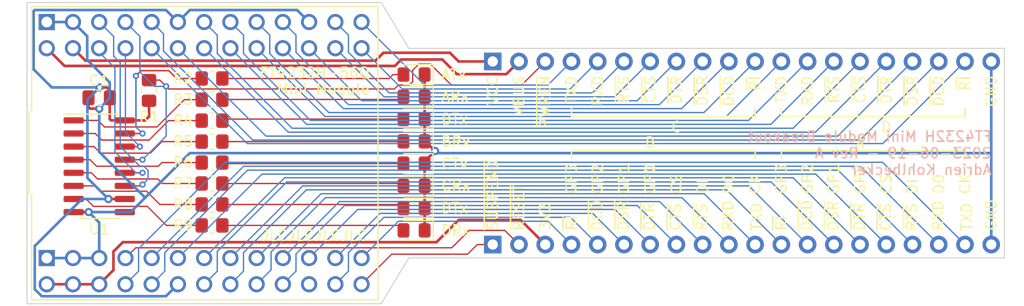
<source format=kicad_pcb>
(kicad_pcb (version 20211014) (generator pcbnew)
  (title_block (title "Project Title") (date "Date") (rev "REV") (comment 2 "<REPO-URL>") (comment 3 "Licensed under CERN-OHL-W v2") (comment 4 "Copyright © 2022 Adrien Kohlbecker"))
  (layers (0 "F.Cu" signal) (31 "B.Cu" signal) (34 "B.Paste" user) (35 "F.Paste" user) (36 "B.SilkS" user "B.Silkscreen") (37 "F.SilkS" user "F.Silkscreen") (38 "B.Mask" user) (39 "F.Mask" user) (44 "Edge.Cuts" user))
  (net 0 "")
  (net 1 "+3.3V")
  (net 2 "/~{RESET}")
  (net 3 "/AD0")
  (net 4 "/AD1")
  (net 5 "/AD2")
  (net 6 "/AD3")
  (net 7 "/AD4")
  (net 8 "/AD5")
  (net 9 "/AD6")
  (net 10 "/AD7")
  (net 11 "/BD0")
  (net 12 "/BD1")
  (net 13 "/BD2")
  (net 14 "/BD3")
  (net 15 "/BD4")
  (net 16 "/BD5")
  (net 17 "/BD6")
  (net 18 "/BD7")
  (net 19 "/~{SUSPEND}")
  (net 20 "VBUS")
  (net 21 "VCC")
  (net 22 "/~{PWREN}")
  (net 23 "/DD6")
  (net 24 "/DD7")
  (net 25 "/DD5")
  (net 26 "/DD3")
  (net 27 "/DD4")
  (net 28 "/DD1")
  (net 29 "/DD2")
  (net 30 "/CD7")
  (net 31 "/DD0")
  (net 32 "/CD5")
  (net 33 "/CD6")
  (net 34 "/CD4")
  (net 35 "/CD2")
  (net 36 "/CD3")
  (net 37 "/CD0")
  (net 38 "/CD1")
  (net 39 "/ATx")
  (net 40 "/ARx")
  (net 41 "/BTx")
  (net 42 "/BRx")
  (net 43 "/CTx")
  (net 44 "/CRx")
  (net 45 "/DTx")
  (net 46 "/DRx")
  (net 47 "GND")
  (net 48 "/VIO")
  (net 49 "/EECLK")
  (net 50 "/EECS")
  (net 51 "/EEDATA")
  (net 52 "Net-(R2-Pad2)")
  (net 53 "Net-(R3-Pad2)")
  (net 54 "Net-(R4-Pad2)")
  (net 55 "Net-(R5-Pad2)")
  (net 56 "Net-(R6-Pad2)")
  (net 57 "Net-(R7-Pad2)")
  (net 58 "Net-(R8-Pad2)")
  (net 59 "Net-(R9-Pad2)")
  (footprint "LED_SMD:LED_0805_2012Metric_Pad1.15x1.40mm_HandSolder" (layer "F.Cu") (at 137.16 97.028 180)
    (fp_text reference "D3" hide)
    (fp_text value "Red")
  )
  (footprint "Resistor_SMD:R_0805_2012Metric_Pad1.20x1.40mm_HandSolder" (layer "F.Cu") (at 117.602 105.307)
    (fp_text reference "R8")
    (fp_text value "1.5k")
  )
  (footprint "Capacitor_SMD:C_0805_2012Metric_Pad1.18x1.45mm_HandSolder" (layer "F.Cu") (at 106.68 94.96)
    (fp_text reference "C1")
    (fp_text value "100n")
  )
  (footprint "Resistor_SMD:R_0805_2012Metric_Pad1.20x1.40mm_HandSolder" (layer "F.Cu") (at 117.602 101.243)
    (fp_text reference "R6")
    (fp_text value "1.5k")
  )
  (footprint "Resistor_SMD:R_0805_2012Metric_Pad1.20x1.40mm_HandSolder" (layer "F.Cu") (at 117.602 97.179)
    (fp_text reference "R4")
    (fp_text value "1.5k")
  )
  (footprint "Resistor_SMD:R_0805_2012Metric_Pad1.20x1.40mm_HandSolder" (layer "F.Cu") (at 117.602 95.147)
    (fp_text reference "R3")
    (fp_text value "1.5k")
  )
  (footprint "Package_SO:SOIC-16_3.9x9.9mm_P1.27mm" (layer "F.Cu") (at 106.68 101.6)
    (fp_text reference "U1")
    (fp_text value "74HC595")
  )
  (footprint "ft4232h_mini_module:MODULE_FT4232H-56Q_MINI_MDL" (layer "F.Cu") (at 116.14 100.33)
    (fp_text reference "U2" hide)
    (fp_text value "FT4232H-56Q_MINI_MDL" hide)
  )
  (footprint "LED_SMD:LED_0805_2012Metric_Pad1.15x1.40mm_HandSolder" (layer "F.Cu") (at 137.16 103.505 180)
    (fp_text reference "D6" hide)
    (fp_text value "Red")
  )
  (footprint "LED_SMD:LED_0805_2012Metric_Pad1.15x1.40mm_HandSolder" (layer "F.Cu") (at 137.16 101.346 180)
    (fp_text reference "D5" hide)
    (fp_text value "Red")
  )
  (footprint "LED_SMD:LED_0805_2012Metric_Pad1.15x1.40mm_HandSolder" (layer "F.Cu") (at 137.16 92.71 180)
    (fp_text reference "D1" hide)
    (fp_text value "Red")
  )
  (footprint "LED_SMD:LED_0805_2012Metric_Pad1.15x1.40mm_HandSolder" (layer "F.Cu") (at 137.16 105.664 180)
    (fp_text reference "D7" hide)
    (fp_text value "Red")
  )
  (footprint "Resistor_SMD:R_0805_2012Metric_Pad1.20x1.40mm_HandSolder" (layer "F.Cu") (at 117.602 93.091)
    (fp_text reference "R2")
    (fp_text value "1.5k")
  )
  (footprint "LED_SMD:LED_0805_2012Metric_Pad1.15x1.40mm_HandSolder" (layer "F.Cu") (at 137.16 99.187 180)
    (fp_text reference "D4" hide)
    (fp_text value "Red")
  )
  (footprint "LED_SMD:LED_0805_2012Metric_Pad1.15x1.40mm_HandSolder" (layer "F.Cu") (at 137.16 94.869 180)
    (fp_text reference "D2" hide)
    (fp_text value "Red")
  )
  (footprint "Resistor_SMD:R_0805_2012Metric_Pad1.20x1.40mm_HandSolder" (layer "F.Cu") (at 117.602 103.275)
    (fp_text reference "R7")
    (fp_text value "1.5k")
  )
  (footprint "Resistor_SMD:R_0805_2012Metric_Pad1.20x1.40mm_HandSolder" (layer "F.Cu") (at 117.602 99.211)
    (fp_text reference "R5")
    (fp_text value "1.5k")
  )
  (footprint "LED_SMD:LED_0805_2012Metric_Pad1.15x1.40mm_HandSolder" (layer "F.Cu") (at 137.16 107.823 180)
    (fp_text reference "D8" hide)
    (fp_text value "Red")
  )
  (footprint "Resistor_SMD:R_0805_2012Metric_Pad1.20x1.40mm_HandSolder" (layer "F.Cu") (at 117.602 107.339)
    (fp_text reference "R9")
    (fp_text value "1.5k")
  )
  (footprint "Resistor_SMD:R_0805_2012Metric_Pad1.20x1.40mm_HandSolder" (layer "F.Cu") (at 111.506 94.25 90)
    (fp_text reference "R1")
    (fp_text value "10k")
  )
  (footprint "Connector_PinHeader_2.54mm:PinHeader_1x20_P2.54mm_Vertical" (layer "B.Cu") (at 144.78 91.44 -90)
    (fp_text reference "J2" hide)
    (fp_text value "Conn_01x20")
  )
  (footprint "Connector_PinHeader_2.54mm:PinHeader_1x20_P2.54mm_Vertical" (layer "B.Cu") (at 144.78 109.195 -90)
    (fp_text reference "J1" hide)
    (fp_text value "Conn_01x20")
  )
  (gr_line (start 170.18 100.076) (end 170.18 100.838) (layer "F.SilkS") (width 0.15))
  (gr_line (start 170.18 96.774) (end 152.4 96.774) (layer "F.SilkS") (width 0.15))
  (gr_line (start 152.4 100.076) (end 170.18 100.076) (layer "F.SilkS") (width 0.15))
  (gr_line (start 172.72 100.076) (end 190.5 100.076) (layer "F.SilkS") (width 0.15))
  (gr_line (start 190.5 96.774) (end 172.72 96.774) (layer "F.SilkS") (width 0.15))
  (gr_line (start 190.5 96.774) (end 190.5 96.012) (layer "F.SilkS") (width 0.15))
  (gr_line (start 170.18 96.774) (end 170.18 96.012) (layer "F.SilkS") (width 0.15))
  (gr_line (start 152.4 100.076) (end 152.4 100.838) (layer "F.SilkS") (width 0.15))
  (gr_line (start 172.72 96.774) (end 172.72 96.012) (layer "F.SilkS") (width 0.15))
  (gr_line (start 172.72 100.076) (end 172.72 100.838) (layer "F.SilkS") (width 0.15))
  (gr_line (start 190.5 100.076) (end 190.5 100.838) (layer "F.SilkS") (width 0.15))
  (gr_line (start 152.4 96.774) (end 152.4 96.012) (layer "F.SilkS") (width 0.15))
  (gr_line (start 136.652 110.49) (end 194.31 110.49) (layer "Edge.Cuts") (width 0.1))
  (gr_line (start 194.31 110.49) (end 194.31 90.17) (layer "Edge.Cuts") (width 0.1))
  (gr_line (start 136.652 90.17) (end 133.985 85.725) (layer "Edge.Cuts") (width 0.1))
  (gr_line (start 99.695 114.935) (end 133.985 114.935) (layer "Edge.Cuts") (width 0.1))
  (gr_line (start 99.695 85.725) (end 99.695 114.935) (layer "Edge.Cuts") (width 0.1))
  (gr_line (start 99.695 85.725) (end 133.985 85.725) (layer "Edge.Cuts") (width 0.1))
  (gr_line (start 136.652 90.17) (end 194.31 90.17) (layer "Edge.Cuts") (width 0.1))
  (gr_line (start 133.985 114.935) (end 136.652 110.49) (layer "Edge.Cuts") (width 0.1))
  (gr_text "FT4232H Mini Module Breakout\n2023-06-19 - Rev A\nAdrien Kohlbecker" (at 193.167 100.33) (layer "B.SilkS") (effects (font (size 1 1)) (justify left mirror)))
  (gr_text "RXD" (at 175.26 92.71 90) (layer "F.SilkS") (effects (font (size 1 1)) (justify right)))
  (gr_text "CK" (at 190.5 104.394 90) (layer "F.SilkS") (effects (font (size 1 1)) (justify left)))
  (gr_text "A" (at 180.34 99.314) (layer "F.SilkS") (effects (font (size 1 1))))
  (gr_text "DTx" (at 139.7 105.664) (layer "F.SilkS") (effects (font (size 1 1)) (justify left)))
  (gr_text "~{DCD}" (at 167.64 92.71 90) (layer "F.SilkS") (effects (font (size 1 1)) (justify right)))
  (gr_text "GP3" (at 152.4 104.394 90) (layer "F.SilkS") (effects (font (size 1 1)) (justify left)))
  (gr_text "DI" (at 165.1 104.394 90) (layer "F.SilkS") (effects (font (size 1 1)) (justify left)))
  (gr_text "CS" (at 162.56 104.394 90) (layer "F.SilkS") (effects (font (size 1 1)) (justify left)))
  (gr_text "~{DTR}" (at 180.27439 107.966568 90) (layer "F.SilkS") (effects (font (size 1 1)) (justify left)))
  (gr_text "GP2" (at 154.94 104.394 90) (layer "F.SilkS") (effects (font (size 1 1)) (justify left)))
  (gr_text "~{DSR}" (at 157.41439 107.966568 90) (layer "F.SilkS") (effects (font (size 1 1)) (justify left)))
  (gr_text "GP1" (at 157.48 104.394 90) (layer "F.SilkS") (effects (font (size 1 1)) (justify left)))
  (gr_text "~{RTS}" (at 165.03439 107.966568 90) (layer "F.SilkS") (effects (font (size 1 1)) (justify left)))
  (gr_text "~{CTS}" (at 162.49439 107.966568 90) (layer "F.SilkS") (effects (font (size 1 1)) (justify left)))
  (gr_text "~{CTS}" (at 180.34 92.71 90) (layer "F.SilkS") (effects (font (size 1 1)) (justify right)))
  (gr_text "~{CTS}" (at 182.81439 107.966568 90) (layer "F.SilkS") (effects (font (size 1 1)) (justify left)))
  (gr_text "~{DSR}" (at 185.42 92.71 90) (layer "F.SilkS") (effects (font (size 1 1)) (justify right)))
  (gr_text "DI" (at 185.42 104.394 90) (layer "F.SilkS") (effects (font (size 1 1)) (justify left)))
  (gr_text "~{RTS}" (at 157.48 92.71 90) (layer "F.SilkS") (effects (font (size 1 1)) (justify right)))
  (gr_text "GP0" (at 160.02 104.394 90) (layer "F.SilkS") (effects (font (size 1 1)) (justify left)))
  (gr_text "BTx" (at 139.7 97.028) (layer "F.SilkS") (effects (font (size 1 1)) (justify left)))
  (gr_text "JLCJLCJLCJLC" (at 127.508 108.331) (layer "F.SilkS") (effects (font (size 1 1))))
  (gr_text "~{SUSPEND}" (at 144.78 107.95 90) (layer "F.SilkS") (effects (font (size 1 1)) (justify left)))
  (gr_text "C" (at 162.56 97.79) (layer "F.SilkS") (effects (font (size 1 1))))
  (gr_text "ATx" (at 139.7 92.71) (layer "F.SilkS") (effects (font (size 1 1)) (justify left)))
  (gr_text "GND" (at 193.04 92.71 90) (layer "F.SilkS") (effects (font (size 1 1)) (justify right)))
  (gr_text "~{RI}" (at 152.4 107.95 90) (layer "F.SilkS") (effects (font (size 1 1)) (justify left)))
  (gr_text "VCC" (at 144.78 92.71 90) (layer "F.SilkS") (effects (font (size 1 1)) (justify right)))
  (gr_text "3V3" (at 149.86 107.95 90) (layer "F.SilkS") (effects (font (size 1 1)) (justify left)))
  (gr_text "~{RI}" (at 170.18 92.71 90) (layer "F.SilkS") (effects (font (size 1 1)) (justify right)))
  (gr_text "D" (at 182.88 97.79) (layer "F.SilkS") (effects (font (size 1 1))))
  (gr_text "DRx" (at 139.7 107.823) (layer "F.SilkS") (effects (font (size 1 1)) (justify left)))
  (gr_text "~{DTR}" (at 182.88 92.71 90) (layer "F.SilkS") (effects (font (size 1 1)) (justify right)))
  (gr_text "TXD" (at 190.658909 107.946137 90) (layer "F.SilkS") (effects (font (size 1 1)) (justify left)))
  (gr_text "GP1" (at 177.8 104.394 90) (layer "F.SilkS") (effects (font (size 1 1)) (justify left)))
  (gr_text "ARx" (at 139.7 94.869) (layer "F.SilkS") (effects (font (size 1 1)) (justify left)))
  (gr_text "RXD" (at 167.57439 107.966568 90) (layer "F.SilkS") (effects (font (size 1 1)) (justify left)))
  (gr_text "B" (at 160.02 99.314) (layer "F.SilkS") (effects (font (size 1 1))))
  (gr_text "~{RESET}" (at 147.32 107.95 90) (layer "F.SilkS") (effects (font (size 1 1)) (justify left)))
  (gr_text "VBUS" (at 147.32 92.71 90) (layer "F.SilkS") (effects (font (size 1 1)) (justify right)))
  (gr_text "GP2" (at 175.26 104.394 90) (layer "F.SilkS") (effects (font (size 1 1)) (justify left)))
  (gr_text "GP3" (at 172.72 104.394 90) (layer "F.SilkS") (effects (font (size 1 1)) (justify left)))
  (gr_text "BRx" (at 139.7 99.187) (layer "F.SilkS") (effects (font (size 1 1)) (justify left)))
  (gr_text "CK" (at 170.18 104.394 90) (layer "F.SilkS") (effects (font (size 1 1)) (justify left)))
  (gr_text "~{DTR}" (at 159.95439 107.966568 90) (layer "F.SilkS") (effects (font (size 1 1)) (justify left)))
  (gr_text "~{DSR}" (at 177.73439 107.966568 90) (layer "F.SilkS") (effects (font (size 1 1)) (justify left)))
  (gr_text "RXD" (at 154.94 92.71 90) (layer "F.SilkS") (effects (font (size 1 1)) (justify right)))
  (gr_text "GP0" (at 180.34 104.394 90) (layer "F.SilkS") (effects (font (size 1 1)) (justify left)))
  (gr_text "~{DTR}" (at 162.56 92.71 90) (layer "F.SilkS") (effects (font (size 1 1)) (justify right)))
  (gr_text "~{RTS}" (at 177.8 92.71 90) (layer "F.SilkS") (effects (font (size 1 1)) (justify right)))
  (gr_text "TXD" (at 170.338909 107.946137 90) (layer "F.SilkS") (effects (font (size 1 1)) (justify left)))
  (gr_text "GND" (at 193.04 107.95 90) (layer "F.SilkS") (effects (font (size 1 1)) (justify left)))
  (gr_text "~{PWREN}" (at 149.86 92.71 90) (layer "F.SilkS") (effects (font (size 1 1)) (justify right)))
  (gr_text "~{DCD}" (at 154.87439 107.966568 90) (layer "F.SilkS") (effects (font (size 1 1)) (justify left)))
  (gr_text "D0" (at 167.64 104.394 90) (layer "F.SilkS") (effects (font (size 1 1)) (justify left)))
  (gr_text "RXD" (at 187.89439 107.966568 90) (layer "F.SilkS") (effects (font (size 1 1)) (justify left)))
  (gr_text "~{CTS}" (at 160.02 92.71 90) (layer "F.SilkS") (effects (font (size 1 1)) (justify right)))
  (gr_text "D0" (at 187.96 104.394 90) (layer "F.SilkS") (effects (font (size 1 1)) (justify left)))
  (gr_text "~{RI}" (at 190.5 92.71 90) (layer "F.SilkS") (effects (font (size 1 1)) (justify right)))
  (gr_text "FT4232H-56Q\nMini Module" (at 132.969 93.345) (layer "F.SilkS") (effects (font (size 1 1)) (justify right)))
  (gr_text "~{DSR}" (at 165.1 92.71 90) (layer "F.SilkS") (effects (font (size 1 1)) (justify right)))
  (gr_text "~{RTS}" (at 185.35439 107.966568 90) (layer "F.SilkS") (effects (font (size 1 1)) (justify left)))
  (gr_text "CS" (at 182.88 104.394 90) (layer "F.SilkS") (effects (font (size 1 1)) (justify left)))
  (gr_text "~{DCD}" (at 175.19439 107.966568 90) (layer "F.SilkS") (effects (font (size 1 1)) (justify left)))
  (gr_text "CRx" (at 139.7 103.505) (layer "F.SilkS") (effects (font (size 1 1)) (justify left)))
  (gr_text "TXD" (at 152.4 92.71 90) (layer "F.SilkS") (effects (font (size 1 1)) (justify right)))
  (gr_text "~{DCD}" (at 187.96 92.71 90) (layer "F.SilkS") (effects (font (size 1 1)) (justify right)))
  (gr_text "~{RI}" (at 172.72 107.95 90) (layer "F.SilkS") (effects (font (size 1 1)) (justify left)))
  (gr_text "TXD" (at 172.72 92.71 90) (layer "F.SilkS") (effects (font (size 1 1)) (justify right)))
  (gr_text "CTx" (at 139.7 101.346) (layer "F.SilkS") (effects (font (size 1 1)) (justify left)))
  (segment (start 108.05795 111.66705) (end 108.05795 109.87405) (width 0.254) (layer "F.Cu") (net 1))
  (segment (start 108.966 108.966) (end 139.326088 108.966) (width 0.254) (layer "F.Cu") (net 1))
  (segment (start 139.326088 108.966) (end 141.485088 106.807) (width 0.254) (layer "F.Cu") (net 1))
  (segment (start 147.472 106.807) (end 149.86 109.195) (width 0.254) (layer "F.Cu") (net 1))
  (segment (start 141.485088 106.807) (end 147.472 106.807) (width 0.254) (layer "F.Cu") (net 1))
  (segment (start 106.68 113.045) (end 108.05795 111.66705) (width 0.254) (layer "F.Cu") (net 1))
  (segment (start 108.05795 109.87405) (end 108.966 108.966) (width 0.254) (layer "F.Cu") (net 1))
  (segment (start 106.68 113.045) (end 101.6 113.045) (width 0.254) (layer "F.Cu") (net 1))
  (segment (start 147.32 109.195) (end 145.948 107.823) (width 0.127) (layer "F.Cu") (net 2))
  (segment (start 142.494 107.823) (end 140.80895 109.50805) (width 0.127) (layer "F.Cu") (net 2))
  (segment (start 145.948 107.823) (end 142.494 107.823) (width 0.127) (layer "F.Cu") (net 2))
  (segment (start 140.80895 109.50805) (end 110.21695 109.50805) (width 0.127) (layer "F.Cu") (net 2))
  (segment (start 110.21695 109.50805) (end 109.22 110.505) (width 0.127) (layer "F.Cu") (net 2))
  (segment (start 110.49 109.601) (end 110.49 111.775) (width 0.127) (layer "B.Cu") (net 3))
  (segment (start 182.524 101.219) (end 118.872 101.219) (width 0.127) (layer "B.Cu") (net 3))
  (segment (start 118.872 101.219) (end 110.49 109.601) (width 0.127) (layer "B.Cu") (net 3))
  (segment (start 190.5 109.195) (end 182.524 101.219) (width 0.127) (layer "B.Cu") (net 3))
  (segment (start 110.49 111.775) (end 109.22 113.045) (width 0.127) (layer "B.Cu") (net 3))
  (segment (start 187.96 109.195) (end 180.365 101.6) (width 0.127) (layer "B.Cu") (net 4))
  (segment (start 180.365 101.6) (end 120.665 101.6) (width 0.127) (layer "B.Cu") (net 4))
  (segment (start 120.665 101.6) (end 111.76 110.505) (width 0.127) (layer "B.Cu") (net 4))
  (segment (start 185.42 109.195) (end 178.206 101.981) (width 0.127) (layer "B.Cu") (net 5))
  (segment (start 178.206 101.981) (end 121.031 101.981) (width 0.127) (layer "B.Cu") (net 5))
  (segment (start 113.03 109.982) (end 113.03 111.775) (width 0.127) (layer "B.Cu") (net 5))
  (segment (start 121.031 101.981) (end 113.03 109.982) (width 0.127) (layer "B.Cu") (net 5))
  (segment (start 113.03 111.775) (end 111.76 113.045) (width 0.127) (layer "B.Cu") (net 5))
  (segment (start 122.443 102.362) (end 114.3 110.505) (width 0.127) (layer "B.Cu") (net 6))
  (segment (start 182.88 109.195) (end 176.047 102.362) (width 0.127) (layer "B.Cu") (net 6))
  (segment (start 176.047 102.362) (end 122.443 102.362) (width 0.127) (layer "B.Cu") (net 6))
  (segment (start 180.34 109.195) (end 173.863099 102.718099) (width 0.127) (layer "B.Cu") (net 7))
  (segment (start 124.626901 102.718099) (end 116.84 110.505) (width 0.127) (layer "B.Cu") (net 7))
  (segment (start 173.863099 102.718099) (end 124.626901 102.718099) (width 0.127) (layer "B.Cu") (net 7))
  (segment (start 177.8 109.195) (end 171.729 103.124) (width 0.127) (layer "B.Cu") (net 8))
  (segment (start 118.11 109.855) (end 118.11 111.775) (width 0.127) (layer "B.Cu") (net 8))
  (segment (start 118.11 111.775) (end 116.84 113.045) (width 0.127) (layer "B.Cu") (net 8))
  (segment (start 124.841 103.124) (end 118.11 109.855) (width 0.127) (layer "B.Cu") (net 8))
  (segment (start 171.729 103.124) (end 124.841 103.124) (width 0.127) (layer "B.Cu") (net 8))
  (segment (start 175.26 109.195) (end 169.57 103.505) (width 0.127) (layer "B.Cu") (net 9))
  (segment (start 169.57 103.505) (end 126.38 103.505) (width 0.127) (layer "B.Cu") (net 9))
  (segment (start 126.38 103.505) (end 119.38 110.505) (width 0.127) (layer "B.Cu") (net 9))
  (segment (start 120.65 111.775) (end 119.38 113.045) (width 0.127) (layer "B.Cu") (net 10))
  (segment (start 172.72 109.195) (end 167.411 103.886) (width 0.127) (layer "B.Cu") (net 10))
  (segment (start 167.411 103.886) (end 126.746 103.886) (width 0.127) (layer "B.Cu") (net 10))
  (segment (start 120.65 109.982) (end 120.65 111.775) (width 0.127) (layer "B.Cu") (net 10))
  (segment (start 126.746 103.886) (end 120.65 109.982) (width 0.127) (layer "B.Cu") (net 10))
  (segment (start 170.18 109.195) (end 165.252 104.267) (width 0.127) (layer "B.Cu") (net 11))
  (segment (start 165.252 104.267) (end 128.158 104.267) (width 0.127) (layer "B.Cu") (net 11))
  (segment (start 128.158 104.267) (end 121.92 110.505) (width 0.127) (layer "B.Cu") (net 11))
  (segment (start 167.64 109.195) (end 163.093 104.648) (width 0.127) (layer "B.Cu") (net 12))
  (segment (start 123.317 111.648) (end 121.92 113.045) (width 0.127) (layer "B.Cu") (net 12))
  (segment (start 163.093 104.648) (end 128.5875 104.648) (width 0.127) (layer "B.Cu") (net 12))
  (segment (start 128.5875 104.648) (end 123.317 109.9185) (width 0.127) (layer "B.Cu") (net 12))
  (segment (start 123.317 109.9185) (end 123.317 111.648) (width 0.127) (layer "B.Cu") (net 12))
  (segment (start 129.936 105.029) (end 124.46 110.505) (width 0.127) (layer "B.Cu") (net 13))
  (segment (start 160.934 105.029) (end 129.936 105.029) (width 0.127) (layer "B.Cu") (net 13))
  (segment (start 165.1 109.195) (end 160.934 105.029) (width 0.127) (layer "B.Cu") (net 13))
  (segment (start 162.56 109.195) (end 158.775 105.41) (width 0.127) (layer "B.Cu") (net 14))
  (segment (start 125.73 111.775) (end 124.46 113.045) (width 0.127) (layer "B.Cu") (net 14))
  (segment (start 130.429 105.41) (end 125.73 110.109) (width 0.127) (layer "B.Cu") (net 14))
  (segment (start 125.73 110.109) (end 125.73 111.775) (width 0.127) (layer "B.Cu") (net 14))
  (segment (start 158.775 105.41) (end 130.429 105.41) (width 0.127) (layer "B.Cu") (net 14))
  (segment (start 160.02 109.195) (end 156.616 105.791) (width 0.127) (layer "B.Cu") (net 15))
  (segment (start 156.616 105.791) (end 131.714 105.791) (width 0.127) (layer "B.Cu") (net 15))
  (segment (start 131.714 105.791) (end 127 110.505) (width 0.127) (layer "B.Cu") (net 15))
  (segment (start 133.873 106.172) (end 129.54 110.505) (width 0.127) (layer "B.Cu") (net 16))
  (segment (start 154.457 106.172) (end 133.873 106.172) (width 0.127) (layer "B.Cu") (net 16))
  (segment (start 157.48 109.195) (end 154.457 106.172) (width 0.127) (layer "B.Cu") (net 16))
  (segment (start 134.239 106.553) (end 130.81 109.982) (width 0.127) (layer "B.Cu") (net 17))
  (segment (start 152.298 106.553) (end 134.239 106.553) (width 0.127) (layer "B.Cu") (net 17))
  (segment (start 154.94 109.195) (end 152.298 106.553) (width 0.127) (layer "B.Cu") (net 17))
  (segment (start 130.81 111.775) (end 129.54 113.045) (width 0.127) (layer "B.Cu") (net 17))
  (segment (start 130.81 109.982) (end 130.81 111.775) (width 0.127) (layer "B.Cu") (net 17))
  (segment (start 150.139 106.934) (end 152.4 109.195) (width 0.127) (layer "B.Cu") (net 18))
  (segment (start 132.08 110.505) (end 135.651 106.934) (width 0.127) (layer "B.Cu") (net 18))
  (segment (start 135.651 106.934) (end 150.139 106.934) (width 0.127) (layer "B.Cu") (net 18))
  (segment (start 143.281 109.195) (end 144.78 109.195) (width 0.127) (layer "F.Cu") (net 19))
  (segment (start 132.08 113.045) (end 134.9985 110.1265) (width 0.127) (layer "F.Cu") (net 19))
  (segment (start 142.3495 110.1265) (end 143.281 109.195) (width 0.127) (layer "F.Cu") (net 19))
  (segment (start 134.9985 110.1265) (end 142.3495 110.1265) (width 0.127) (layer "F.Cu") (net 19))
  (segment (start 141.312 92.671) (end 139.889499 91.248499) (width 0.254) (layer "F.Cu") (net 20))
  (segment (start 103.317299 91.872299) (end 101.6 90.155) (width 0.254) (layer "F.Cu") (net 20))
  (segment (start 135.305332 91.872299) (end 103.317299 91.872299) (width 0.254) (layer "F.Cu") (net 20))
  (segment (start 139.889499 91.248499) (end 135.929132 91.248499) (width 0.254) (layer "F.Cu") (net 20))
  (segment (start 147.32 91.44) (end 146.089 92.671) (width 0.254) (layer "F.Cu") (net 20))
  (segment (start 146.089 92.671) (end 141.312 92.671) (width 0.254) (layer "F.Cu") (net 20))
  (segment (start 135.929132 91.248499) (end 135.305332 91.872299) (width 0.254) (layer "F.Cu") (net 20))
  (segment (start 141.478 91.44) (end 140.635 90.597) (width 0.254) (layer "F.Cu") (net 21))
  (segment (start 144.78 91.44) (end 141.478 91.44) (width 0.254) (layer "F.Cu") (net 21))
  (segment (start 134.193 90.597) (end 133.425202 91.364798) (width 0.254) (layer "F.Cu") (net 21))
  (segment (start 133.425202 91.364798) (end 105.349798 91.364798) (width 0.254) (layer "F.Cu") (net 21))
  (segment (start 105.349798 91.364798) (end 104.14 90.155) (width 0.254) (layer "F.Cu") (net 21))
  (segment (start 140.635 90.597) (end 134.193 90.597) (width 0.254) (layer "F.Cu") (net 21))
  (segment (start 138.745066 91.6925) (end 137.624934 91.6925) (width 0.127) (layer "F.Cu") (net 22))
  (segment (start 137.624934 91.6925) (end 137.0275 92.289934) (width 0.127) (layer "F.Cu") (net 22))
  (segment (start 147.5725 93.7275) (end 140.780066 93.7275) (width 0.127) (layer "F.Cu") (net 22))
  (segment (start 135.255 94.107) (end 113.4095 94.107) (width 0.127) (layer "F.Cu") (net 22))
  (segment (start 140.780066 93.7275) (end 138.745066 91.6925) (width 0.127) (layer "F.Cu") (net 22))
  (segment (start 135.6345 93.7275) (end 135.255 94.107) (width 0.127) (layer "F.Cu") (net 22))
  (segment (start 137.0275 93.395066) (end 136.695066 93.7275) (width 0.127) (layer "F.Cu") (net 22))
  (segment (start 112.5525 93.25) (end 113.15625 93.85375) (width 0.127) (layer "F.Cu") (net 22))
  (segment (start 111.506 93.25) (end 112.5525 93.25) (width 0.127) (layer "F.Cu") (net 22))
  (segment (start 149.86 91.44) (end 147.5725 93.7275) (width 0.127) (layer "F.Cu") (net 22))
  (segment (start 113.4095 94.107) (end 113.15625 93.85375) (width 0.127) (layer "F.Cu") (net 22))
  (segment (start 137.0275 92.289934) (end 137.0275 93.395066) (width 0.127) (layer "F.Cu") (net 22))
  (segment (start 109.155 100.965) (end 110.871 100.965) (width 0.127) (layer "F.Cu") (net 22))
  (segment (start 136.695066 93.7275) (end 135.6345 93.7275) (width 0.127) (layer "F.Cu") (net 22))
  (via (at 110.871 100.965) (size 0.6) (drill 0.3) (layers "F.Cu" "B.Cu") (net 22))
  (via (at 113.15625 93.85375) (size 0.6) (drill 0.3) (layers "F.Cu" "B.Cu") (net 22))
  (segment (start 113.15625 93.85375) (end 113.15625 98.67975) (width 0.127) (layer "B.Cu") (net 22))
  (segment (start 112.020668 93.85375) (end 110.617 92.450082) (width 0.127) (layer "B.Cu") (net 22))
  (segment (start 113.15625 98.67975) (end 110.871 100.965) (width 0.127) (layer "B.Cu") (net 22))
  (segment (start 113.15625 93.85375) (end 112.020668 93.85375) (width 0.127) (layer "B.Cu") (net 22))
  (segment (start 110.617 89.012) (end 109.22 87.615) (width 0.127) (layer "B.Cu") (net 22))
  (segment (start 110.617 92.450082) (end 110.617 89.012) (width 0.127) (layer "B.Cu") (net 22))
  (segment (start 112.903 88.758) (end 111.76 87.615) (width 0.127) (layer "B.Cu") (net 23))
  (segment (start 121.539 99.06) (end 112.903 90.424) (width 0.127) (layer "B.Cu") (net 23))
  (segment (start 112.903 90.424) (end 112.903 88.758) (width 0.127) (layer "B.Cu") (net 23))
  (segment (start 187.96 91.44) (end 180.34 99.06) (width 0.127) (layer "B.Cu") (net 23))
  (segment (start 180.34 99.06) (end 121.539 99.06) (width 0.127) (layer "B.Cu") (net 23))
  (segment (start 182.536 99.404) (end 121.009 99.404) (width 0.127) (layer "B.Cu") (net 24))
  (segment (start 190.5 91.44) (end 182.536 99.404) (width 0.127) (layer "B.Cu") (net 24))
  (segment (start 121.009 99.404) (end 111.76 90.155) (width 0.127) (layer "B.Cu") (net 24))
  (segment (start 185.42 91.44) (end 178.181 98.679) (width 0.127) (layer "B.Cu") (net 25))
  (segment (start 178.181 98.679) (end 122.824 98.679) (width 0.127) (layer "B.Cu") (net 25))
  (segment (start 122.824 98.679) (end 114.3 90.155) (width 0.127) (layer "B.Cu") (net 25))
  (segment (start 125.349 97.917) (end 173.863 97.917) (width 0.127) (layer "B.Cu") (net 26))
  (segment (start 118.11 88.885) (end 118.11 90.678) (width 0.127) (layer "B.Cu") (net 26))
  (segment (start 116.84 87.615) (end 118.11 88.885) (width 0.127) (layer "B.Cu") (net 26))
  (segment (start 173.863 97.917) (end 180.34 91.44) (width 0.127) (layer "B.Cu") (net 26))
  (segment (start 118.11 90.678) (end 125.349 97.917) (width 0.127) (layer "B.Cu") (net 26))
  (segment (start 176.022 98.298) (end 124.983 98.298) (width 0.127) (layer "B.Cu") (net 27))
  (segment (start 182.88 91.44) (end 176.022 98.298) (width 0.127) (layer "B.Cu") (net 27))
  (segment (start 124.983 98.298) (end 116.84 90.155) (width 0.127) (layer "B.Cu") (net 27))
  (segment (start 120.65 88.885) (end 119.38 87.615) (width 0.127) (layer "B.Cu") (net 28))
  (segment (start 120.65 90.678) (end 120.65 88.885) (width 0.127) (layer "B.Cu") (net 28))
  (segment (start 169.545 97.155) (end 127.127 97.155) (width 0.127) (layer "B.Cu") (net 28))
  (segment (start 175.26 91.44) (end 169.545 97.155) (width 0.127) (layer "B.Cu") (net 28))
  (segment (start 127.127 97.155) (end 120.65 90.678) (width 0.127) (layer "B.Cu") (net 28))
  (segment (start 177.8 91.44) (end 171.704 97.536) (width 0.127) (layer "B.Cu") (net 29))
  (segment (start 126.761 97.536) (end 119.38 90.155) (width 0.127) (layer "B.Cu") (net 29))
  (segment (start 171.704 97.536) (end 126.761 97.536) (width 0.127) (layer "B.Cu") (net 29))
  (segment (start 128.905 96.393) (end 123.19 90.678) (width 0.127) (layer "B.Cu") (net 30))
  (segment (start 170.18 91.44) (end 165.227 96.393) (width 0.127) (layer "B.Cu") (net 30))
  (segment (start 165.227 96.393) (end 128.905 96.393) (width 0.127) (layer "B.Cu") (net 30))
  (segment (start 123.19 90.678) (end 123.19 88.885) (width 0.127) (layer "B.Cu") (net 30))
  (segment (start 123.19 88.885) (end 121.92 87.615) (width 0.127) (layer "B.Cu") (net 30))
  (segment (start 128.539 96.774) (end 121.92 90.155) (width 0.127) (layer "B.Cu") (net 31))
  (segment (start 172.72 91.44) (end 167.386 96.774) (width 0.127) (layer "B.Cu") (net 31))
  (segment (start 167.386 96.774) (end 128.539 96.774) (width 0.127) (layer "B.Cu") (net 31))
  (segment (start 125.73 88.885) (end 124.46 87.615) (width 0.127) (layer "B.Cu") (net 32))
  (segment (start 130.81 95.631) (end 125.73 90.551) (width 0.127) (layer "B.Cu") (net 32))
  (segment (start 125.73 90.551) (end 125.73 88.885) (width 0.127) (layer "B.Cu") (net 32))
  (segment (start 160.909 95.631) (end 130.81 95.631) (width 0.127) (layer "B.Cu") (net 32))
  (segment (start 165.1 91.44) (end 160.909 95.631) (width 0.127) (layer "B.Cu") (net 32))
  (segment (start 167.64 91.44) (end 163.068 96.012) (width 0.127) (layer "B.Cu") (net 33))
  (segment (start 163.068 96.012) (end 130.317 96.012) (width 0.127) (layer "B.Cu") (net 33))
  (segment (start 130.317 96.012) (end 124.46 90.155) (width 0.127) (layer "B.Cu") (net 33))
  (segment (start 158.75 95.25) (end 132.095 95.25) (width 0.127) (layer "B.Cu") (net 34))
  (segment (start 162.56 91.44) (end 158.75 95.25) (width 0.127) (layer "B.Cu") (net 34))
  (segment (start 132.095 95.25) (end 127 90.155) (width 0.127) (layer "B.Cu") (net 34))
  (segment (start 130.81 90.551) (end 130.81 88.885) (width 0.127) (layer "B.Cu") (net 35))
  (segment (start 154.432 94.488) (end 134.747 94.488) (width 0.127) (layer "B.Cu") (net 35))
  (segment (start 130.81 88.885) (end 129.54 87.615) (width 0.127) (layer "B.Cu") (net 35))
  (segment (start 157.48 91.44) (end 154.432 94.488) (width 0.127) (layer "B.Cu") (net 35))
  (segment (start 134.747 94.488) (end 130.81 90.551) (width 0.127) (layer "B.Cu") (net 35))
  (segment (start 160.02 91.44) (end 156.591 94.869) (width 0.127) (layer "B.Cu") (net 36))
  (segment (start 156.591 94.869) (end 134.254 94.869) (width 0.127) (layer "B.Cu") (net 36))
  (segment (start 134.254 94.869) (end 129.54 90.155) (width 0.127) (layer "B.Cu") (net 36))
  (segment (start 150.114 93.726) (end 138.176 93.726) (width 0.127) (layer "B.Cu") (net 37))
  (segment (start 152.4 91.44) (end 150.114 93.726) (width 0.127) (layer "B.Cu") (net 37))
  (segment (start 138.176 93.726) (end 132.08 87.63) (width 0.127) (layer "B.Cu") (net 37))
  (segment (start 136.017 94.107) (end 132.08 90.17) (width 0.127) (layer "B.Cu") (net 38))
  (segment (start 154.94 91.44) (end 152.273 94.107) (width 0.127) (layer "B.Cu") (net 38))
  (segment (start 152.273 94.107) (end 136.017 94.107) (width 0.127) (layer "B.Cu") (net 38))
  (segment (start 109.155 98.425) (end 110.871 98.425) (width 0.1524) (layer "F.Cu") (net 39))
  (segment (start 114.173 93.091) (end 113.411 92.329) (width 0.1524) (layer "F.Cu") (net 39))
  (segment (start 110.744 92.329) (end 110.236 92.837) (width 0.1524) (layer "F.Cu") (net 39))
  (segment (start 113.411 92.329) (end 110.744 92.329) (width 0.1524) (layer "F.Cu") (net 39))
  (segment (start 116.602 93.091) (end 114.173 93.091) (width 0.1524) (layer "F.Cu") (net 39))
  (via (at 110.236 92.837) (size 0.6) (drill 0.3) (layers "F.Cu" "B.Cu") (net 39))
  (via (at 110.871 98.425) (size 0.6) (drill 0.3) (layers "F.Cu" "B.Cu") (net 39))
  (segment (start 110.49 98.044) (end 110.236 97.79) (width 0.1524) (layer "B.Cu") (net 39))
  (segment (start 110.871 98.425) (end 110.49 98.044) (width 0.1524) (layer "B.Cu") (net 39))
  (segment (start 110.236 92.964) (end 110.236 92.837) (width 0.1524) (layer "B.Cu") (net 39))
  (segment (start 110.236 97.79) (end 110.236 92.964) (width 0.1524) (layer "B.Cu") (net 39))
  (segment (start 114.911 95.147) (end 112.268 97.79) (width 0.127) (layer "F.Cu") (net 40))
  (segment (start 106.553 97.155) (end 104.205 97.155) (width 0.127) (layer "F.Cu") (net 40))
  (segment (start 112.268 97.79) (end 107.188 97.79) (width 0.127) (layer "F.Cu") (net 40))
  (segment (start 107.188 97.79) (end 106.553 97.155) (width 0.127) (layer "F.Cu") (net 40))
  (segment (start 116.602 95.147) (end 114.911 95.147) (width 0.127) (layer "F.Cu") (net 40))
  (segment (start 106.299 98.425) (end 104.205 98.425) (width 0.127) (layer "F.Cu") (net 41))
  (segment (start 106.934 99.06) (end 106.299 98.425) (width 0.127) (layer "F.Cu") (net 41))
  (segment (start 111.506 99.06) (end 106.934 99.06) (width 0.127) (layer "F.Cu") (net 41))
  (segment (start 113.387 97.179) (end 111.506 99.06) (width 0.127) (layer "F.Cu") (net 41))
  (segment (start 116.602 97.179) (end 113.387 97.179) (width 0.127) (layer "F.Cu") (net 41))
  (segment (start 106.807 100.33) (end 106.172 99.695) (width 0.127) (layer "F.Cu") (net 42))
  (segment (start 111.633 100.33) (end 106.807 100.33) (width 0.127) (layer "F.Cu") (net 42))
  (segment (start 116.602 99.211) (end 112.752 99.211) (width 0.127) (layer "F.Cu") (net 42))
  (segment (start 112.752 99.211) (end 111.633 100.33) (width 0.127) (layer "F.Cu") (net 42))
  (segment (start 106.172 99.695) (end 104.205 99.695) (width 0.127) (layer "F.Cu") (net 42))
  (segment (start 112.395 101.6) (end 106.426 101.6) (width 0.127) (layer "F.Cu") (net 43))
  (segment (start 112.752 101.243) (end 112.395 101.6) (width 0.127) (layer "F.Cu") (net 43))
  (segment (start 106.426 101.6) (end 105.791 100.965) (width 0.127) (layer "F.Cu") (net 43))
  (segment (start 116.602 101.243) (end 112.752 101.243) (width 0.127) (layer "F.Cu") (net 43))
  (segment (start 105.791 100.965) (end 104.205 100.965) (width 0.127) (layer "F.Cu") (net 43))
  (segment (start 104.205 102.235) (end 105.918 102.235) (width 0.127) (layer "F.Cu") (net 44))
  (segment (start 105.918 102.235) (end 106.518 102.835) (width 0.127) (layer "F.Cu") (net 44))
  (segment (start 112.36 102.835) (end 112.8 103.275) (width 0.127) (layer "F.Cu") (net 44))
  (segment (start 112.8 103.275) (end 116.602 103.275) (width 0.127) (layer "F.Cu") (net 44))
  (segment (start 106.518 102.835) (end 112.36 102.835) (width 0.127) (layer "F.Cu") (net 44))
  (segment (start 112.546 105.307) (end 111.2599 104.0209) (width 0.127) (layer "F.Cu") (net 45))
  (segment (start 104.205 103.505) (end 106.299 103.505) (width 0.127) (layer "F.Cu") (net 45))
  (segment (start 116.602 105.307) (end 112.546 105.307) (width 0.127) (layer "F.Cu") (net 45))
  (segment (start 106.299 103.505) (end 106.8149 104.0209) (width 0.127) (layer "F.Cu") (net 45))
  (segment (start 111.2599 104.0209) (end 106.8149 104.0209) (width 0.127) (layer "F.Cu") (net 45))
  (segment (start 105.41 104.775) (end 104.205 104.775) (width 0.127) (layer "F.Cu") (net 46))
  (segment (start 113.181 107.339) (end 111.334 105.492) (width 0.127) (layer "F.Cu") (net 46))
  (segment (start 106.127 105.492) (end 105.41 104.775) (width 0.127) (layer "F.Cu") (net 46))
  (segment (start 116.602 107.339) (end 113.181 107.339) (width 0.127) (layer "F.Cu") (net 46))
  (segment (start 111.334 105.492) (end 106.127 105.492) (width 0.127) (layer "F.Cu") (net 46))
  (segment (start 105.791 96.012) (end 106.68 96.012) (width 0.254) (layer "F.Cu") (net 47))
  (segment (start 104.205 106.045) (end 105.664 106.045) (width 0.254) (layer "F.Cu") (net 47))
  (segment (start 105.6425 95.8635) (end 105.791 96.012) (width 0.254) (layer "F.Cu") (net 47))
  (segment (start 105.6425 94.96) (end 105.6425 95.8635) (width 0.254) (layer "F.Cu") (net 47))
  (segment (start 138.185 92.71) (end 138.185 99.114) (width 0.254) (layer "F.Cu") (net 47))
  (segment (start 138.185 107.823) (end 138.185 101.128) (width 0.254) (layer "F.Cu") (net 47))
  (segment (start 138.185 99.114) (end 139.192 100.121) (width 0.254) (layer "F.Cu") (net 47))
  (segment (start 138.185 101.128) (end 139.192 100.121) (width 0.254) (layer "F.Cu") (net 47))
  (via (at 139.192 100.121) (size 0.8) (drill 0.4) (layers "F.Cu" "B.Cu") (net 47))
  (via (at 106.68 96.012) (size 0.8) (drill 0.4) (layers "F.Cu" "B.Cu") (net 47))
  (via (at 105.664 106.045) (size 0.8) (drill 0.4) (layers "F.Cu" "B.Cu") (net 47))
  (segment (start 138.983 100.33) (end 139.192 100.121) (width 0.254) (layer "B.Cu") (net 47))
  (segment (start 193.04 100.33) (end 139.401 100.33) (width 0.254) (layer "B.Cu") (net 47))
  (segment (start 193.04 91.44) (end 193.04 100.33) (width 0.254) (layer "B.Cu") (net 47))
  (segment (start 115.443 100.33) (end 138.983 100.33) (width 0.254) (layer "B.Cu") (net 47))
  (segment (start 107.696 94.996) (end 107.696 93.472) (width 0.254) (layer "B.Cu") (net 47))
  (segment (start 104.14 87.615) (end 101.6 87.615) (width 0.254) (layer "B.Cu") (net 47))
  (segment (start 106.68 110.505) (end 101.6 110.505) (width 0.254) (layer "B.Cu") (net 47))
  (segment (start 105.51795 88.99295) (end 104.14 87.615) (width 0.254) (layer "B.Cu") (net 47))
  (segment (start 106.68 107.061) (end 105.664 106.045) (width 0.254) (layer "B.Cu") (net 47))
  (segment (start 105.51795 91.29395) (end 105.51795 88.99295) (width 0.254) (layer "B.Cu") (net 47))
  (segment (start 106.68 110.505) (end 106.68 107.061) (width 0.254) (layer "B.Cu") (net 47))
  (segment (start 106.68 100.203) (end 111.0615 104.5845) (width 0.254) (layer "B.Cu") (net 47))
  (segment (start 109.728 106.045) (end 105.664 106.045) (width 0.254) (layer "B.Cu") (net 47))
  (segment (start 193.04 100.33) (end 193.04 109.195) (width 0.254) (layer "B.Cu") (net 47))
  (segment (start 107.696 93.472) (end 105.51795 91.29395) (width 0.254) (layer "B.Cu") (net 47))
  (segment (start 111.1885 104.5845) (end 109.728 106.045) (width 0.254) (layer "B.Cu") (net 47))
  (segment (start 139.401 100.33) (end 139.192 100.121) (width 0.254) (layer "B.Cu") (net 47))
  (segment (start 111.0615 104.5845) (end 111.1885 104.5845) (width 0.254) (layer "B.Cu") (net 47))
  (segment (start 106.68 96.012) (end 107.696 94.996) (width 0.254) (layer "B.Cu") (net 47))
  (segment (start 111.1885 104.5845) (end 115.443 100.33) (width 0.254) (layer "B.Cu") (net 47))
  (segment (start 106.68 96.012) (end 106.68 100.203) (width 0.254) (layer "B.Cu") (net 47))
  (segment (start 107.823 97.155) (end 107.696 97.028) (width 0.254) (layer "F.Cu") (net 48))
  (segment (start 107.696 97.028) (end 107.696 94.9815) (width 0.254) (layer "F.Cu") (net 48))
  (segment (start 107.418391 93.956391) (end 106.712725 93.956391) (width 0.254) (layer "F.Cu") (net 48))
  (segment (start 109.155 97.155) (end 107.823 97.155) (width 0.254) (layer "F.Cu") (net 48))
  (segment (start 107.7175 94.2555) (end 107.418391 93.956391) (width 0.254) (layer "F.Cu") (net 48))
  (segment (start 111.506 96.774) (end 111.506 95.25) (width 0.254) (layer "F.Cu") (net 48))
  (segment (start 107.7175 94.96) (end 107.7175 94.2555) (width 0.254) (layer "F.Cu") (net 48))
  (segment (start 111.125 97.155) (end 111.506 96.774) (width 0.254) (layer "F.Cu") (net 48))
  (segment (start 109.155 104.775) (end 107.569 104.775) (width 0.254) (layer "F.Cu") (net 48))
  (segment (start 109.155 97.155) (end 111.125 97.155) (width 0.254) (layer "F.Cu") (net 48))
  (via (at 106.712725 93.956391) (size 0.8) (drill 0.4) (layers "F.Cu" "B.Cu") (net 48))
  (via (at 107.569 104.775) (size 0.8) (drill 0.4) (layers "F.Cu" "B.Cu") (net 48))
  (segment (start 106.712725 93.956391) (end 102.084391 93.956391) (width 0.254) (layer "B.Cu") (net 48))
  (segment (start 105.537 102.743) (end 105.537 95.132116) (width 0.254) (layer "B.Cu") (net 48))
  (segment (start 100.43795 109.34295) (end 100.43795 113.52563) (width 0.254) (layer "B.Cu") (net 48))
  (segment (start 102.084391 93.956391) (end 100.33 92.202) (width 0.254) (layer "B.Cu") (net 48))
  (segment (start 105.0059 104.775) (end 100.43795 109.34295) (width 0.254) (layer "B.Cu") (net 48))
  (segment (start 113.13795 86.45295) (end 100.43795 86.45295) (width 0.254) (layer "B.Cu") (net 48))
  (segment (start 101.11937 114.20705) (end 113.13795 114.20705) (width 0.254) (layer "B.Cu") (net 48))
  (segment (start 105.537 95.132116) (end 106.712725 93.956391) (width 0.254) (layer "B.Cu") (net 48))
  (segment (start 125.83795 86.45295) (end 115.46205 86.45295) (width 0.254) (layer "B.Cu") (net 48))
  (segment (start 127 87.615) (end 125.83795 86.45295) (width 0.254) (layer "B.Cu") (net 48))
  (segment (start 107.569 104.775) (end 105.0059 104.775) (width 0.254) (layer "B.Cu") (net 48))
  (segment (start 100.43795 113.52563) (end 101.11937 114.20705) (width 0.254) (layer "B.Cu") (net 48))
  (segment (start 100.33 86.5609) (end 100.33 92.202) (width 0.254) (layer "B.Cu") (net 48))
  (segment (start 114.3 87.615) (end 113.13795 86.45295) (width 0.254) (layer "B.Cu") (net 48))
  (segment (start 100.43795 86.45295) (end 100.33 86.5609) (width 0.254) (layer "B.Cu") (net 48))
  (segment (start 113.13795 114.20705) (end 114.3 113.045) (width 0.254) (layer "B.Cu") (net 48))
  (segment (start 107.569 104.775) (end 105.537 102.743) (width 0.254) (layer "B.Cu") (net 48))
  (segment (start 115.46205 86.45295) (end 114.3 87.615) (width 0.254) (layer "B.Cu") (net 48))
  (segment (start 109.155 103.505) (end 110.744 103.505) (width 0.127) (layer "F.Cu") (net 49))
  (segment (start 110.744 103.505) (end 110.871 103.378) (width 0.127) (layer "F.Cu") (net 49))
  (via (at 110.871 103.378) (size 0.6) (drill 0.3) (layers "F.Cu" "B.Cu") (net 49))
  (segment (start 111.414 102.835) (end 110.871 103.378) (width 0.127) (layer "B.Cu") (net 49))
  (segment (start 108.077 90.932) (end 108.712 91.567) (width 0.127) (layer "B.Cu") (net 49))
  (segment (start 108.712 99.689082) (end 110.622918 101.6) (width 0.127) (layer "B.Cu") (net 49))
  (segment (start 108.712 91.567) (end 108.712 99.689082) (width 0.127) (layer "B.Cu") (net 49))
  (segment (start 111.414 102.010082) (end 111.414 102.835) (width 0.127) (layer "B.Cu") (net 49))
  (segment (start 111.003918 101.6) (end 111.414 102.010082) (width 0.127) (layer "B.Cu") (net 49))
  (segment (start 106.68 87.615) (end 108.077 89.012) (width 0.127) (layer "B.Cu") (net 49))
  (segment (start 110.622918 101.6) (end 111.003918 101.6) (width 0.127) (layer "B.Cu") (net 49))
  (segment (start 108.077 89.012) (end 108.077 90.932) (width 0.127) (layer "B.Cu") (net 49))
  (segment (start 109.155 102.235) (end 110.871 102.235) (width 0.127) (layer "F.Cu") (net 50))
  (via (at 110.871 102.235) (size 0.6) (drill 0.3) (layers "F.Cu" "B.Cu") (net 50))
  (segment (start 108.204 92.075) (end 108.204 100.203) (width 0.127) (layer "B.Cu") (net 50))
  (segment (start 106.68 90.551) (end 108.204 92.075) (width 0.127) (layer "B.Cu") (net 50))
  (segment (start 110.236 102.235) (end 110.871 102.235) (width 0.127) (layer "B.Cu") (net 50))
  (segment (start 108.204 100.203) (end 110.236 102.235) (width 0.127) (layer "B.Cu") (net 50))
  (segment (start 106.68 90.155) (end 106.68 90.551) (width 0.127) (layer "B.Cu") (net 50))
  (segment (start 109.155 99.695) (end 110.617 99.695) (width 0.127) (layer "F.Cu") (net 51))
  (via (at 110.617 99.695) (size 0.6) (drill 0.3) (layers "F.Cu" "B.Cu") (net 51))
  (segment (start 109.22 90.155) (end 109.22 98.298) (width 0.127) (layer "B.Cu") (net 51))
  (segment (start 109.22 98.298) (end 110.617 99.695) (width 0.127) (layer "B.Cu") (net 51))
  (segment (start 118.602 93.091) (end 134.747 93.091) (width 0.127) (layer "F.Cu") (net 52))
  (segment (start 136.135 92.71) (end 135.128 92.71) (width 0.127) (layer "F.Cu") (net 52))
  (segment (start 135.128 92.71) (end 134.874 92.964) (width 0.127) (layer "F.Cu") (net 52))
  (segment (start 134.747 93.091) (end 134.874 92.964) (width 0.127) (layer "F.Cu") (net 52))
  (segment (start 118.602 95.147) (end 118.626 95.123) (width 0.127) (layer "F.Cu") (net 53))
  (segment (start 135.833 95.123) (end 135.857 95.147) (width 0.127) (layer "F.Cu") (net 53))
  (segment (start 118.626 95.123) (end 135.833 95.123) (width 0.127) (layer "F.Cu") (net 53))
  (segment (start 136.135 97.028) (end 118.753 97.028) (width 0.127) (layer "F.Cu") (net 54))
  (segment (start 118.602 99.211) (end 136.111 99.211) (width 0.127) (layer "F.Cu") (net 55))
  (segment (start 136.135 101.346) (end 118.705 101.346) (width 0.127) (layer "F.Cu") (net 56))
  (segment (start 118.602 103.275) (end 135.905 103.275) (width 0.127) (layer "F.Cu") (net 57))
  (segment (start 118.602 105.307) (end 135.778 105.307) (width 0.127) (layer "F.Cu") (net 58))
  (segment (start 118.602 107.339) (end 135.651 107.339) (width 0.127) (layer "F.Cu") (net 59))
)
</source>
